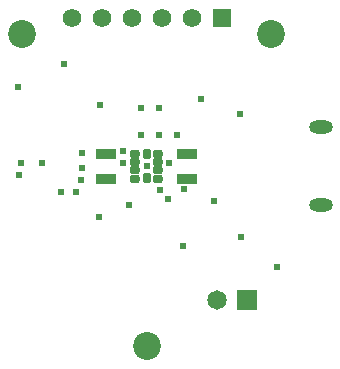
<source format=gbr>
G04*
G04 #@! TF.GenerationSoftware,Altium Limited,Altium Designer,23.3.1 (30)*
G04*
G04 Layer_Color=16711935*
%FSLAX44Y44*%
%MOMM*%
G71*
G04*
G04 #@! TF.SameCoordinates,607B9DED-B9D6-4049-9DE7-3198A38A4F88*
G04*
G04*
G04 #@! TF.FilePolarity,Negative*
G04*
G01*
G75*
%ADD50R,1.6510X0.9652*%
%ADD66R,1.6532X1.6532*%
%ADD67C,1.6532*%
%ADD68O,2.0032X1.1032*%
%ADD69C,0.7032*%
%ADD70R,1.5732X1.5732*%
%ADD71C,1.5732*%
%ADD72C,0.6096*%
%ADD73C,2.3622*%
G04:AMPARAMS|DCode=95|XSize=0.8332mm|YSize=0.7032mm|CornerRadius=0.2266mm|HoleSize=0mm|Usage=FLASHONLY|Rotation=0.000|XOffset=0mm|YOffset=0mm|HoleType=Round|Shape=RoundedRectangle|*
%AMROUNDEDRECTD95*
21,1,0.8332,0.2500,0,0,0.0*
21,1,0.3800,0.7032,0,0,0.0*
1,1,0.4532,0.1900,-0.1250*
1,1,0.4532,-0.1900,-0.1250*
1,1,0.4532,-0.1900,0.1250*
1,1,0.4532,0.1900,0.1250*
%
%ADD95ROUNDEDRECTD95*%
G04:AMPARAMS|DCode=96|XSize=0.8332mm|YSize=0.7032mm|CornerRadius=0.2266mm|HoleSize=0mm|Usage=FLASHONLY|Rotation=90.000|XOffset=0mm|YOffset=0mm|HoleType=Round|Shape=RoundedRectangle|*
%AMROUNDEDRECTD96*
21,1,0.8332,0.2500,0,0,90.0*
21,1,0.3800,0.7032,0,0,90.0*
1,1,0.4532,0.1250,0.1900*
1,1,0.4532,0.1250,-0.1900*
1,1,0.4532,-0.1250,-0.1900*
1,1,0.4532,-0.1250,0.1900*
%
%ADD96ROUNDEDRECTD96*%
D50*
X288290Y243332D02*
D03*
Y264668D02*
D03*
X219710D02*
D03*
Y243332D02*
D03*
D66*
X339090Y140970D02*
D03*
D67*
X313690D02*
D03*
D68*
X401400Y287000D02*
D03*
Y221000D02*
D03*
D69*
Y287000D02*
D03*
Y221000D02*
D03*
D70*
X317500Y379730D02*
D03*
D71*
X292100D02*
D03*
X266700D02*
D03*
X241300D02*
D03*
X215900D02*
D03*
X190500D02*
D03*
D72*
X214755Y305835D02*
D03*
X213720Y210820D02*
D03*
X299720Y311020D02*
D03*
X264160Y303160D02*
D03*
X248920D02*
D03*
X364370Y168910D02*
D03*
X146050Y246380D02*
D03*
X184150Y340360D02*
D03*
X144780Y321310D02*
D03*
X265430Y233680D02*
D03*
X285750Y234950D02*
D03*
X284480Y186690D02*
D03*
X334010Y194310D02*
D03*
X198120Y242570D02*
D03*
X273050Y256540D02*
D03*
X279400Y280670D02*
D03*
X254000Y254000D02*
D03*
X233680Y266700D02*
D03*
X248920Y280670D02*
D03*
X332740Y298450D02*
D03*
X271780Y226060D02*
D03*
X238760Y220980D02*
D03*
X165100Y256540D02*
D03*
X147320D02*
D03*
X311150Y224790D02*
D03*
X194310Y232410D02*
D03*
X181610D02*
D03*
X233680Y256540D02*
D03*
X199390Y265430D02*
D03*
Y252730D02*
D03*
X264160Y280670D02*
D03*
D73*
X254000Y101600D02*
D03*
X148590Y365760D02*
D03*
X359410D02*
D03*
D95*
X244050Y250500D02*
D03*
Y243500D02*
D03*
Y257500D02*
D03*
X263950Y243500D02*
D03*
Y257500D02*
D03*
Y250500D02*
D03*
X244050Y264500D02*
D03*
X263950D02*
D03*
D96*
X254000Y244050D02*
D03*
Y263950D02*
D03*
M02*

</source>
